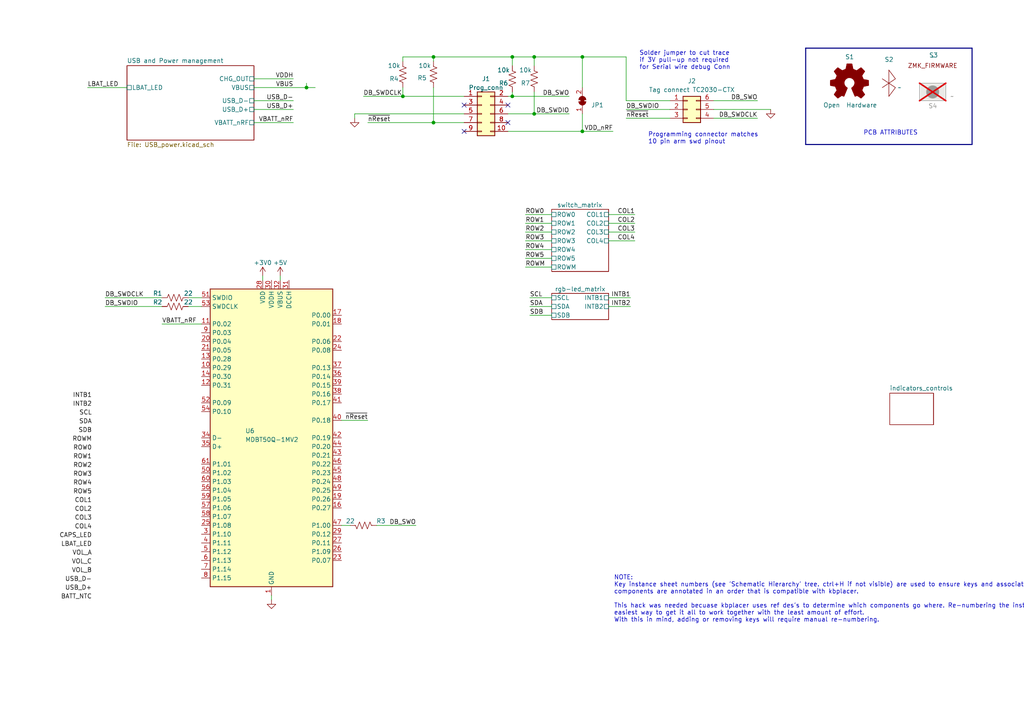
<source format=kicad_sch>
(kicad_sch (version 20250114) (generator "eeschema") (generator_version "9.0")
  (paper "A4")
  (lib_symbols
    (symbol "RF_Module:MDBT50Q-1MV2"
      (property "Reference" "U" (at 0 0 0))
      (property "Value" "MDBT50Q-1MV2" (at 0 -2.54 0))
      (symbol "MDBT50Q-1MV2_0_1"
        (rectangle (start -17.78 43.18) (end 17.78 -43.18) (stroke (width 0.254)) (fill (type background)))
      )
      (symbol "MDBT50Q-1MV2_1_1"
        (pin bidirectional line (at -20.32 40.64 0) (length 2.54) (name "SWDIO") (number "51"))
        (pin input line (at -20.32 38.1 0) (length 2.54) (name "SWDCLK") (number "53"))
        (pin bidirectional line (at -20.32 33.02 0) (length 2.54) (name "P0.02") (number "11"))
        (pin bidirectional line (at -20.32 30.48 0) (length 2.54) (name "P0.03") (number "9"))
        (pin bidirectional line (at -20.32 27.94 0) (length 2.54) (name "P0.04") (number "20"))
        (pin bidirectional line (at -20.32 25.4 0) (length 2.54) (name "P0.05") (number "21"))
        (pin bidirectional line (at -20.32 22.86 0) (length 2.54) (name "P0.28") (number "13"))
        (pin bidirectional line (at -20.32 20.32 0) (length 2.54) (name "P0.29") (number "10"))
        (pin bidirectional line (at -20.32 17.78 0) (length 2.54) (name "P0.30") (number "14"))
        (pin bidirectional line (at -20.32 15.24 0) (length 2.54) (name "P0.31") (number "12"))
        (pin bidirectional line (at -20.32 10.16 0) (length 2.54) (name "P0.09") (number "52"))
        (pin bidirectional line (at -20.32 7.62 0) (length 2.54) (name "P0.10") (number "54"))
        (pin bidirectional line (at -20.32 0 0) (length 2.54) (name "D-") (number "34"))
        (pin bidirectional line (at -20.32 -2.54 0) (length 2.54) (name "D+") (number "35"))
        (pin bidirectional line (at -20.32 -7.62 0) (length 2.54) (name "P1.01") (number "61"))
        (pin bidirectional line (at -20.32 -10.16 0) (length 2.54) (name "P1.02") (number "50"))
        (pin bidirectional line (at -20.32 -12.7 0) (length 2.54) (name "P1.03") (number "60"))
        (pin bidirectional line (at -20.32 -15.24 0) (length 2.54) (name "P1.04") (number "56"))
        (pin bidirectional line (at -20.32 -17.78 0) (length 2.54) (name "P1.05") (number "59"))
        (pin bidirectional line (at -20.32 -20.32 0) (length 2.54) (name "P1.06") (number "57"))
        (pin bidirectional line (at -20.32 -22.86 0) (length 2.54) (name "P1.07") (number "58"))
        (pin bidirectional line (at -20.32 -25.4 0) (length 2.54) (name "P1.08") (number "25"))
        (pin bidirectional line (at -20.32 -27.94 0) (length 2.54) (name "P1.10") (number "3"))
        (pin bidirectional line (at -20.32 -30.48 0) (length 2.54) (name "P1.11") (number "4"))
        (pin bidirectional line (at -20.32 -33.02 0) (length 2.54) (name "P1.12") (number "5"))
        (pin bidirectional line (at -20.32 -35.56 0) (length 2.54) (name "P1.13") (number "6"))
        (pin bidirectional line (at -20.32 -38.1 0) (length 2.54) (name "P1.14") (number "7"))
        (pin bidirectional line (at -20.32 -40.64 0) (length 2.54) (name "P1.15") (number "8"))
        (pin power_in line (at -2.54 45.72 270) (length 2.54) (name "VDD") (number "28"))
        (pin power_in line (at 0 45.72 270) (length 2.54) (name "VDDH") (number "30"))
        (pin power_in line (at 0 -45.72 90) (length 2.54) (name "GND") (number "1"))
        (pin passive line (at 0 -45.72 90) (length 2.54) (hide yes) (name "GND") (number "15"))
        (pin passive line (at 0 -45.72 90) (length 2.54) (hide yes) (name "GND") (number "2"))
        (pin passive line (at 0 -45.72 90) (length 2.54) (hide yes) (name "GND") (number "33"))
        (pin passive line (at 0 -45.72 90) (length 2.54) (hide yes) (name "GND") (number "55"))
        (pin power_in line (at 2.54 45.72 270) (length 2.54) (name "VBUS") (number "32"))
        (pin power_out line (at 5.08 45.72 270) (length 2.54) (name "DCCH") (number "31"))
        (pin bidirectional line (at 20.32 35.56 180) (length 2.54) (name "P0.00") (number "17"))
        (pin bidirectional line (at 20.32 33.02 180) (length 2.54) (name "P0.01") (number "18"))
        (pin bidirectional line (at 20.32 27.94 180) (length 2.54) (name "P0.06") (number "22"))
        (pin bidirectional line (at 20.32 25.4 180) (length 2.54) (name "P0.08") (number "24"))
        (pin bidirectional line (at 20.32 20.32 180) (length 2.54) (name "P0.13") (number "37"))
        (pin bidirectional line (at 20.32 17.78 180) (length 2.54) (name "P0.14") (number "36"))
        (pin bidirectional line (at 20.32 15.24 180) (length 2.54) (name "P0.15") (number "39"))
        (pin bidirectional line (at 20.32 12.7 180) (length 2.54) (name "P0.16") (number "38"))
        (pin bidirectional line (at 20.32 10.16 180) (length 2.54) (name "P0.17") (number "41"))
        (pin bidirectional line (at 20.32 5.08 180) (length 2.54) (name "P0.18") (number "40"))
        (pin bidirectional line (at 20.32 0 180) (length 2.54) (name "P0.19") (number "42"))
        (pin bidirectional line (at 20.32 -2.54 180) (length 2.54) (name "P0.20") (number "44"))
        (pin bidirectional line (at 20.32 -5.08 180) (length 2.54) (name "P0.21") (number "43"))
        (pin bidirectional line (at 20.32 -7.62 180) (length 2.54) (name "P0.22") (number "46"))
        (pin bidirectional line (at 20.32 -10.16 180) (length 2.54) (name "P0.23") (number "45"))
        (pin bidirectional line (at 20.32 -12.7 180) (length 2.54) (name "P0.24") (number "48"))
        (pin bidirectional line (at 20.32 -15.24 180) (length 2.54) (name "P0.25") (number "49"))
        (pin bidirectional line (at 20.32 -17.78 180) (length 2.54) (name "P0.26") (number "19"))
        (pin bidirectional line (at 20.32 -20.32 180) (length 2.54) (name "P0.27") (number "16"))
        (pin bidirectional line (at 20.32 -25.4 180) (length 2.54) (name "P1.00") (number "47"))
        (pin bidirectional line (at 20.32 -27.94 180) (length 2.54) (name "P0.12") (number "29"))
        (pin bidirectional line (at 20.32 -30.48 180) (length 2.54) (name "P0.11") (number "27"))
        (pin bidirectional line (at 20.32 -33.02 180) (length 2.54) (name "P1.09") (number "26"))
        (pin bidirectional line (at 20.32 -35.56 180) (length 2.54) (name "P0.07") (number "23"))
      )
    )
    (symbol "keyboard:BLE_SYM"
      (property "Reference" "S" (at 0 0 0))
      (symbol "BLE_SYM_0_1"
        (polyline (pts (xy -1.905 1.27) (xy 1.905 -1.27) (xy 0 -3.81)))
        (polyline (pts (xy 0 3.81) (xy 0 -3.81)))
        (polyline (pts (xy 0 3.81) (xy 1.905 1.27) (xy -1.905 -1.27)))
      )
    )
    (symbol "keyboard:Conn_02x03" (pin_names (offset 1.016) (hide yes))
      (property "Reference" "J" (at 1.27 5.08 0))
      (property "Value" "Conn_02x03_Counter_Clockwise" (at 1.27 -5.08 0))
      (symbol "Conn_02x03_1_1"
        (rectangle (start -1.27 3.81) (end 3.81 -3.81) (stroke (width 0.254)) (fill (type background)))
        (rectangle (start -1.27 2.667) (end 0 2.413) (stroke (width 0.1524)))
        (rectangle (start -1.27 0.127) (end 0 -0.127) (stroke (width 0.1524)))
        (rectangle (start -1.27 -2.413) (end 0 -2.667) (stroke (width 0.1524)))
        (rectangle (start 3.81 2.667) (end 2.54 2.413) (stroke (width 0.1524)))
        (rectangle (start 3.81 0.127) (end 2.54 -0.127) (stroke (width 0.1524)))
        (rectangle (start 3.81 -2.413) (end 2.54 -2.667) (stroke (width 0.1524)))
        (pin passive line (at -5.08 2.54 0) (length 3.81) (name "Pin_1") (number "1"))
        (pin passive line (at -5.08 0 0) (length 3.81) (name "Pin_2") (number "2"))
        (pin passive line (at -5.08 -2.54 0) (length 3.81) (name "Pin_3") (number "3"))
        (pin passive line (at 7.62 2.54 180) (length 3.81) (name "Pin_6") (number "6"))
        (pin passive line (at 7.62 0 180) (length 3.81) (name "Pin_5") (number "5"))
        (pin passive line (at 7.62 -2.54 180) (length 3.81) (name "Pin_4") (number "4"))
      )
    )
    (symbol "keyboard:Logo_Open_Hardware_Small" (in_bom no) (on_board no)
      (symbol "Logo_Open_Hardware_Small_0_1"
        (polyline (pts (xy 3.3528 -4.3434) (xy 3.302 -4.318) (xy 3.175 -4.2418) (xy 2.9972 -4.1148) (xy 2.7686 -3.9624) (xy 2.54 -3.81) (xy 2.3622 -3.7084) (xy 2.2352 -3.6068) (xy 2.1844 -3.5814) (xy 2.159 -3.6068) (xy 2.0574 -3.6576) (xy 1.905 -3.7338) (xy 1.8034 -3.7846) (xy 1.6764 -3.8354) (xy 1.6002 -3.8354) (xy 1.6002 -3.8354) (xy 1.5494 -3.7338) (xy 1.4732 -3.5306) (xy 1.3462 -3.302) (xy 1.2446 -3.0226) (xy 1.1176 -2.7178) (xy 0.9652 -2.413) (xy 0.8636 -2.1082) (xy 0.7366 -1.8288) (xy 0.6604 -1.6256) (xy 0.6096 -1.4732) (xy 0.5842 -1.397) (xy 0.5842 -1.397) (xy 0.6604 -1.3208) (xy 0.7874 -1.2446) (xy 1.0414 -1.016) (xy 1.2954 -0.6858) (xy 1.4478 -0.3302) (xy 1.524 0.0762) (xy 1.4732 0.4572) (xy 1.3208 0.8128) (xy 1.0668 1.143) (xy 0.762 1.3716) (xy 0.4064 1.524) (xy 0 1.5748) (xy -0.381 1.5494) (xy -0.7366 1.397) (xy -1.0668 1.143) (xy -1.2192 0.9906) (xy -1.397 0.6604) (xy -1.524 0.3048) (xy -1.524 0.2286) (xy -1.4986 -0.1778) (xy -1.397 -0.5334) (xy -1.1938 -0.8636) (xy -0.9144 -1.143) (xy -0.8636 -1.1684) (xy -0.7366 -1.27) (xy -0.635 -1.3462) (xy -0.5842 -1.397) (xy -1.0668 -2.5908) (xy -1.143 -2.794) (xy -1.2954 -3.1242) (xy -1.397 -3.4036) (xy -1.4986 -3.6322) (xy -1.5748 -3.7846) (xy -1.6002 -3.8354) (xy -1.6002 -3.8354) (xy -1.651 -3.8354) (xy -1.7272 -3.81) (xy -1.905 -3.7338) (xy -2.0066 -3.683) (xy -2.1336 -3.6068) (xy -2.2098 -3.5814) (xy -2.2606 -3.6068) (xy -2.3622 -3.683) (xy -2.54 -3.81) (xy -2.7686 -3.9624) (xy -2.9718 -4.0894) (xy -3.1496 -4.2164) (xy -3.302 -4.318) (xy -3.3528 -4.3434) (xy -3.3782 -4.3434) (xy -3.429 -4.318) (xy -3.5306 -4.2164) (xy -3.7084 -4.064) (xy -3.937 -3.8354) (xy -3.9624 -3.81) (xy -4.1656 -3.6068) (xy -4.318 -3.4544) (xy -4.4196 -3.3274) (xy -4.445 -3.2766) (xy -4.445 -3.2766) (xy -4.4196 -3.2258) (xy -4.318 -3.0734) (xy -4.2164 -2.8956) (xy -4.064 -2.667) (xy -3.6576 -2.0828) (xy -3.8862 -1.5494) (xy -3.937 -1.3716) (xy -4.0386 -1.1684) (xy -4.0894 -1.0414) (xy -4.1148 -0.9652) (xy -4.191 -0.9398) (xy -4.318 -0.9144) (xy -4.5466 -0.8636) (xy -4.8006 -0.8128) (xy -5.0546 -0.7874) (xy -5.2578 -0.7366) (xy -5.4356 -0.7112) (xy -5.5118 -0.6858) (xy -5.5118 -0.6858) (xy -5.5372 -0.635) (xy -5.5372 -0.5588) (xy -5.5372 -0.4318) (xy -5.5626 -0.2286) (xy -5.5626 0.0762) (xy -5.5626 0.127) (xy -5.5372 0.4064) (xy -5.5372 0.635) (xy -5.5372 0.762) (xy -5.5372 0.8382) (xy -5.5372 0.8382) (xy -5.461 0.8382) (xy -5.3086 0.889) (xy -5.08 0.9144) (xy -4.826 0.9652) (xy -4.8006 0.9906) (xy -4.5466 1.0414) (xy -4.318 1.0668) (xy -4.1656 1.1176) (xy -4.0894 1.143) (xy -4.0894 1.143) (xy -4.0386 1.2446) (xy -3.9624 1.4224) (xy -3.8608 1.6256) (xy -3.7846 1.8288) (xy -3.7084 2.0066) (xy -3.6576 2.159) (xy -3.6322 2.2098) (xy -3.6322 2.2098) (xy -3.683 2.286) (xy -3.7592 2.413) (xy -3.8862 2.5908) (xy -4.064 2.8194) (xy -4.064 2.8448) (xy -4.2164 3.0734) (xy -4.3434 3.2512) (xy -4.4196 3.3782) (xy -4.445 3.4544) (xy -4.445 3.4544) (xy -4.3942 3.5052) (xy -4.2926 3.6322) (xy -4.1148 3.81) (xy -3.937 4.0132) (xy -3.8608 4.064) (xy -3.6576 4.2926) (xy -3.5052 4.4196) (xy -3.4036 4.4958) (xy -3.3528 4.5212) (xy -3.3528 4.5212) (xy -3.302 4.4704) (xy -3.1496 4.3688) (xy -2.9718 4.2418) (xy -2.7432 4.0894) (xy -2.7178 4.0894) (xy -2.4892 3.937) (xy -2.3114 3.81) (xy -2.1844 3.7084) (xy -2.1336 3.683) (xy -2.1082 3.683) (xy -2.032 3.7084) (xy -1.8542 3.7592) (xy -1.6764 3.8354) (xy -1.4732 3.937) (xy -1.27 4.0132) (xy -1.143 4.064) (xy -1.0668 4.1148) (xy -1.0668 4.1148) (xy -1.0414 4.191) (xy -1.016 4.3434) (xy -0.9652 4.572) (xy -0.9144 4.8514) (xy -0.889 4.9022) (xy -0.8382 5.1562) (xy -0.8128 5.3848) (xy -0.7874 5.5372) (xy -0.762 5.588) (xy -0.7112 5.6134) (xy -0.5842 5.6134) (xy -0.4064 5.6134) (xy -0.1524 5.6134) (xy 0.0762 5.6134) (xy 0.3302 5.6134) (xy 0.5334 5.6134) (xy 0.6858 5.588) (xy 0.7366 5.588) (xy 0.7366 5.588) (xy 0.762 5.5118) (xy 0.8128 5.334) (xy 0.8382 5.1054) (xy 0.9144 4.826) (xy 0.9144 4.7752) (xy 0.9652 4.5212) (xy 1.016 4.2926) (xy 1.0414 4.1402) (xy 1.0668 4.0894) (xy 1.0668 4.0894) (xy 1.1938 4.0386) (xy 1.3716 3.9624) (xy 1.5748 3.8608) (xy 2.0828 3.6576) (xy 2.7178 4.0894) (xy 2.7686 4.1402) (xy 2.9972 4.2926) (xy 3.175 4.4196) (xy 3.302 4.4958) (xy 3.3782 4.5212) (xy 3.3782 4.5212) (xy 3.429 4.4704) (xy 3.556 4.3434) (xy 3.7338 4.191) (xy 3.9116 3.9878) (xy 4.064 3.8354) (xy 4.2418 3.6576) (xy 4.3434 3.556) (xy 4.4196 3.4798) (xy 4.4196 3.429) (xy 4.4196 3.4036) (xy 4.3942 3.3274) (xy 4.2926 3.2004) (xy 4.1656 2.9972) (xy 4.0132 2.794) (xy 3.8862 2.5908) (xy 3.7592 2.3876) (xy 3.6576 2.2352) (xy 3.6322 2.159) (xy 3.6322 2.1336) (xy 3.683 2.0066) (xy 3.7592 1.8288) (xy 3.8608 1.6002) (xy 4.064 1.1176) (xy 4.3942 1.0414) (xy 4.5974 1.016) (xy 4.8768 0.9652) (xy 5.1308 0.9144) (xy 5.5372 0.8382) (xy 5.5626 -0.6604) (xy 5.4864 -0.6858) (xy 5.4356 -0.6858) (xy 5.2832 -0.7366) (xy 5.0546 -0.762) (xy 4.8006 -0.8128) (xy 4.5974 -0.8636) (xy 4.3688 -0.9144) (xy 4.2164 -0.9398) (xy 4.1402 -0.9398) (xy 4.1148 -0.9652) (xy 4.064 -1.0668) (xy 3.9878 -1.2446) (xy 3.9116 -1.4478) (xy 3.81 -1.651) (xy 3.7338 -1.8542) (xy 3.683 -2.0066) (xy 3.6576 -2.0828) (xy 3.683 -2.1336) (xy 3.7846 -2.2606) (xy 3.8862 -2.4638) (xy 4.0386 -2.667) (xy 4.191 -2.8956) (xy 4.318 -3.0734) (xy 4.3942 -3.2004) (xy 4.445 -3.2766) (xy 4.4196 -3.3274) (xy 4.3434 -3.429) (xy 4.1656 -3.5814) (xy 3.937 -3.8354) (xy 3.8862 -3.8608) (xy 3.683 -4.064) (xy 3.5306 -4.2164) (xy 3.4036 -4.318) (xy 3.3528 -4.3434)) (fill (type outline)))
      )
    )
    (symbol "keyboard:Outline"
      (property "Reference" "S" (at 0 0 0))
      (symbol "Outline_1_1"
        (rectangle (start -3.81 2.54) (end 3.81 -2.54) (fill (type background)))
        (circle (center 0 0) (radius 1.7961) (fill (type outline)))
      )
    )
    (symbol "keyboard:Prog_conn" (pin_names (offset 1.016) (hide yes))
      (property "Reference" "J" (at 1.27 7.62 0))
      (property "Value" "Prog_conn" (at 1.27 -7.62 0))
      (symbol "Prog_conn_1_1"
        (rectangle (start -1.27 6.35) (end 3.81 -6.35) (stroke (width 0.254)) (fill (type background)))
        (rectangle (start -1.27 5.207) (end 0 4.953) (stroke (width 0.1524)))
        (rectangle (start -1.27 2.667) (end 0 2.413) (stroke (width 0.1524)))
        (rectangle (start -1.27 0.127) (end 0 -0.127) (stroke (width 0.1524)))
        (rectangle (start -1.27 -2.413) (end 0 -2.667) (stroke (width 0.1524)))
        (rectangle (start -1.27 -4.953) (end 0 -5.207) (stroke (width 0.1524)))
        (rectangle (start 3.81 5.207) (end 2.54 4.953) (stroke (width 0.1524)))
        (rectangle (start 3.81 2.667) (end 2.54 2.413) (stroke (width 0.1524)))
        (rectangle (start 3.81 0.127) (end 2.54 -0.127) (stroke (width 0.1524)))
        (rectangle (start 3.81 -2.413) (end 2.54 -2.667) (stroke (width 0.1524)))
        (rectangle (start 3.81 -4.953) (end 2.54 -5.207) (stroke (width 0.1524)))
        (pin passive line (at -5.08 5.08 0) (length 3.81) (name "Pin_1") (number "1"))
        (pin passive line (at -5.08 2.54 0) (length 3.81) (name "Pin_3") (number "3"))
        (pin passive line (at -5.08 0 0) (length 3.81) (name "Pin_5") (number "5"))
        (pin passive line (at -5.08 -2.54 0) (length 3.81) (name "Pin_7") (number "7"))
        (pin passive line (at -5.08 -5.08 0) (length 3.81) (name "Pin_9") (number "9"))
        (pin passive line (at 7.62 5.08 180) (length 3.81) (name "Pin_2") (number "2"))
        (pin passive line (at 7.62 2.54 180) (length 3.81) (name "Pin_4") (number "4"))
        (pin passive line (at 7.62 0 180) (length 3.81) (name "Pin_6") (number "6"))
        (pin passive line (at 7.62 -2.54 180) (length 3.81) (name "Pin_8") (number "8"))
        (pin passive line (at 7.62 -5.08 180) (length 3.81) (name "Pin_10") (number "10"))
      )
    )
    (symbol "keyboard:R_US" (pin_numbers (hide yes)) (pin_names (offset 0))
      (property "Reference" "R" (at 0 -2.54 0))
      (property "Value" "R_US" (at 0 2.54 0))
      (symbol "R_US_0_1"
        (polyline (pts (xy -2.286 0) (xy -2.54 0)))
        (polyline (pts (xy -0.762 0) (xy -1.143 -1.016) (xy -1.524 0) (xy -1.905 1.016) (xy -2.286 0)))
        (polyline (pts (xy 0.762 0) (xy 0.381 -1.016) (xy 0 0) (xy -0.381 1.016) (xy -0.762 0)))
        (polyline (pts (xy 2.286 0) (xy 2.54 0)))
        (polyline (pts (xy 2.286 0) (xy 1.905 -1.016) (xy 1.524 0) (xy 1.143 1.016) (xy 0.762 0)))
      )
      (symbol "R_US_1_1"
        (pin passive line (at -3.81 0 0) (length 1.27) (name "~") (number "2"))
        (pin passive line (at 3.81 0 180) (length 1.27) (name "~") (number "1"))
      )
    )
    (symbol "keyboard:SolderJumper" (pin_names (offset 0) (hide yes))
      (property "Reference" "JP" (at 0 2.032 0))
      (property "Value" "SolderJumper_2_Bridged" (at 0 -2.54 0))
      (symbol "SolderJumper_0_1"
        (rectangle (start -0.508 0.508) (end 0.508 -0.508) (fill (type outline)))
        (polyline (pts (xy -0.254 1.016) (xy -0.254 -1.016)))
        (arc (start -0.254 -1.016) (mid -1.2656 0) (end -0.254 1.016))
        (arc (start -0.254 -1.016) (mid -1.2656 0) (end -0.254 1.016) (fill (type outline)))
        (arc (start 0.254 1.016) (mid 1.2656 0) (end 0.254 -1.016))
        (arc (start 0.254 1.016) (mid 1.2656 0) (end 0.254 -1.016) (fill (type outline)))
        (polyline (pts (xy 0.254 1.016) (xy 0.254 -1.016)))
      )
      (symbol "SolderJumper_1_1"
        (pin passive line (at -3.81 0 0) (length 2.54) (name "A") (number "1"))
        (pin passive line (at 3.81 0 180) (length 2.54) (name "B") (number "2"))
      )
    )
    (symbol "keyboard:ZMK_LOGO"
      (property "Reference" "S" (at 0 0 0))
      (symbol "ZMK_LOGO_1_1"
        (text "ZMK_FIRMWARE" (at 0 0 0) (effects (font (size 1.27 1.27))))
      )
    )
    (symbol "power:+3V0" (power) (pin_numbers (hide yes)) (pin_names (offset 0) (hide yes))
      (property "Value" "+3V0" (at 0 3.556 0))
      (symbol "+3V0_0_1"
        (polyline (pts (xy -0.762 1.27) (xy 0 2.54)))
        (polyline (pts (xy 0 2.54) (xy 0.762 1.27)))
        (polyline (pts (xy 0 0) (xy 0 2.54)))
      )
      (symbol "+3V0_1_1"
        (pin power_in line (at 0 0 90) (length 0) (name "~") (number "1"))
      )
    )
    (symbol "power:+5V" (power) (pin_numbers (hide yes)) (pin_names (offset 0) (hide yes))
      (property "Value" "+5V" (at 0 3.556 0))
      (symbol "+5V_0_1"
        (polyline (pts (xy -0.762 1.27) (xy 0 2.54)))
        (polyline (pts (xy 0 2.54) (xy 0.762 1.27)))
        (polyline (pts (xy 0 0) (xy 0 2.54)))
      )
      (symbol "+5V_1_1"
        (pin power_in line (at 0 0 90) (length 0) (name "~") (number "1"))
      )
    )
    (symbol "power:GND" (power) (pin_names (offset 0))
      (property "Value" "GND" (at 0 -3.81 0))
      (symbol "GND_0_1"
        (polyline (pts (xy 0 0) (xy 0 -1.27) (xy 1.27 -1.27) (xy 0 -2.54) (xy -1.27 -1.27) (xy 0 -1.27)))
      )
      (symbol "GND_1_1"
        (pin power_in line (at 0 0 270) (length 0) (hide yes) (name "GND") (number "1"))
      )
    )
  )
  (text "PCB ATTRIBUTES" (at 258.318 38.608 0) (effects (font (size 1.27 1.27))))
  (text "NOTE:\nKey instance sheet numbers (see 'Schematic Hierarchy' tree. ctrl+H if not visible) are used to ensure keys and associated\ncomponents are annotated in an order that is compatible with kbplacer.\n\nThis hack was needed becuase kbplacer uses ref des's to determine which components go where. Re-numbering the instance sheets was the\neasiest way to get it all to work together with the least amount of effort.\nWith this in mind, adding or removing keys will require manual re-numbering." (at 178.054 173.736 0) (effects (font (size 1.27 1.27)) (justify left)))
  (text "Programming connector matches \n10 pin arm swd pinout" (at 187.96 41.91 0) (effects (font (size 1.27 1.27)) (justify left bottom)))
  (text "Solder jumper to cut trace \nif 3V pull-up not required \nfor Serial wire debug Conn" (at 185.42 20.32 0) (effects (font (size 1.27 1.27)) (justify left bottom)))
  (junction (at 88.9 25.4))
  (junction (at 125.73 16.51))
  (junction (at 154.94 33.02))
  (junction (at 168.91 38.1))
  (junction (at 116.84 27.94))
  (junction (at 148.59 27.94))
  (junction (at 154.94 16.51))
  (junction (at 168.91 16.51))
  (junction (at 125.73 35.56))
  (junction (at 148.59 16.51))
  (no_connect (at 147.32 35.56))
  (no_connect (at 134.62 30.48))
  (no_connect (at 147.32 30.48))
  (no_connect (at 134.62 38.1))
  (wire (pts (xy 73.66 31.75) (xy 85.09 31.75)))
  (wire (pts (xy 73.66 35.56) (xy 85.09 35.56)))
  (wire (pts (xy 102.87 33.02) (xy 134.62 33.02)))
  (wire (pts (xy 30.48 86.36) (xy 46.99 86.36)))
  (wire (pts (xy 99.06 121.92) (xy 106.68 121.92)))
  (wire (pts (xy 207.01 29.21) (xy 219.71 29.21)))
  (wire (pts (xy 176.53 69.85) (xy 184.15 69.85)))
  (wire (pts (xy 152.4 74.93) (xy 160.02 74.93)))
  (wire (pts (xy 125.73 16.51) (xy 148.59 16.51)))
  (wire (pts (xy 147.32 33.02) (xy 154.94 33.02)))
  (wire (pts (xy 116.84 27.94) (xy 134.62 27.94)))
  (wire (pts (xy 154.94 26.67) (xy 154.94 33.02)))
  (wire (pts (xy 154.94 16.51) (xy 154.94 19.05)))
  (wire (pts (xy 116.84 16.51) (xy 125.73 16.51)))
  (wire (pts (xy 148.59 26.67) (xy 148.59 27.94)))
  (bus (pts (xy 233.68 13.97) (xy 233.68 41.91)))
  (wire (pts (xy 153.67 86.36) (xy 160.02 86.36)))
  (wire (pts (xy 78.74 172.72) (xy 78.74 173.99)))
  (wire (pts (xy 125.73 25.4) (xy 125.73 35.56)))
  (wire (pts (xy 147.32 38.1) (xy 168.91 38.1)))
  (wire (pts (xy 105.41 27.94) (xy 116.84 27.94)))
  (wire (pts (xy 54.61 86.36) (xy 58.42 86.36)))
  (wire (pts (xy 153.67 88.9) (xy 160.02 88.9)))
  (wire (pts (xy 154.94 33.02) (xy 165.1 33.02)))
  (bus (pts (xy 233.68 13.97) (xy 281.94 13.97)))
  (wire (pts (xy 176.53 67.31) (xy 184.15 67.31)))
  (wire (pts (xy 207.01 31.75) (xy 223.52 31.75)))
  (wire (pts (xy 176.53 88.9) (xy 182.88 88.9)))
  (wire (pts (xy 168.91 38.1) (xy 177.8 38.1)))
  (wire (pts (xy 168.91 16.51) (xy 181.61 16.51)))
  (wire (pts (xy 153.67 91.44) (xy 160.02 91.44)))
  (wire (pts (xy 152.4 62.23) (xy 160.02 62.23)))
  (wire (pts (xy 125.73 35.56) (xy 134.62 35.56)))
  (wire (pts (xy 99.06 152.4) (xy 101.6 152.4)))
  (wire (pts (xy 181.61 16.51) (xy 181.61 29.21)))
  (wire (pts (xy 147.32 27.94) (xy 148.59 27.94)))
  (wire (pts (xy 76.2 80.01) (xy 76.2 81.28)))
  (bus (pts (xy 281.94 41.91) (xy 233.68 41.91)))
  (wire (pts (xy 30.48 88.9) (xy 46.99 88.9)))
  (wire (pts (xy 176.53 86.36) (xy 182.88 86.36)))
  (wire (pts (xy 73.66 22.86) (xy 85.09 22.86)))
  (wire (pts (xy 152.4 64.77) (xy 160.02 64.77)))
  (wire (pts (xy 120.65 152.4) (xy 109.22 152.4)))
  (wire (pts (xy 116.84 17.78) (xy 116.84 16.51)))
  (wire (pts (xy 25.4 25.4) (xy 36.83 25.4)))
  (wire (pts (xy 46.99 93.98) (xy 58.42 93.98)))
  (wire (pts (xy 148.59 16.51) (xy 148.59 19.05)))
  (wire (pts (xy 168.91 33.02) (xy 168.91 38.1)))
  (wire (pts (xy 148.59 27.94) (xy 165.1 27.94)))
  (wire (pts (xy 73.66 25.4) (xy 88.9 25.4)))
  (wire (pts (xy 152.4 72.39) (xy 160.02 72.39)))
  (wire (pts (xy 207.01 34.29) (xy 219.71 34.29)))
  (wire (pts (xy 168.91 16.51) (xy 168.91 25.4)))
  (wire (pts (xy 181.61 29.21) (xy 194.31 29.21)))
  (wire (pts (xy 176.53 64.77) (xy 184.15 64.77)))
  (wire (pts (xy 176.53 62.23) (xy 184.15 62.23)))
  (wire (pts (xy 88.9 24.13) (xy 88.9 25.4)))
  (wire (pts (xy 81.28 80.01) (xy 81.28 81.28)))
  (wire (pts (xy 148.59 16.51) (xy 154.94 16.51)))
  (wire (pts (xy 54.61 88.9) (xy 58.42 88.9)))
  (wire (pts (xy 73.66 29.21) (xy 85.09 29.21)))
  (wire (pts (xy 152.4 69.85) (xy 160.02 69.85)))
  (wire (pts (xy 181.61 31.75) (xy 194.31 31.75)))
  (wire (pts (xy 181.61 34.29) (xy 194.31 34.29)))
  (wire (pts (xy 152.4 77.47) (xy 160.02 77.47)))
  (wire (pts (xy 88.9 25.4) (xy 91.44 25.4)))
  (wire (pts (xy 106.68 35.56) (xy 125.73 35.56)))
  (wire (pts (xy 102.87 33.02) (xy 102.87 34.29)))
  (bus (pts (xy 281.94 13.97) (xy 281.94 41.91)))
  (wire (pts (xy 116.84 25.4) (xy 116.84 27.94)))
  (wire (pts (xy 152.4 67.31) (xy 160.02 67.31)))
  (wire (pts (xy 154.94 16.51) (xy 168.91 16.51)))
  (wire (pts (xy 125.73 16.51) (xy 125.73 17.78)))
  (label "ROW5" (at 152.4 74.93 0))
  (label "ROW4" (at 152.4 72.39 0))
  (label "INTB1" (at 26.67 115.57 180))
  (label "COL1" (at 184.15 62.23 180))
  (label "SDA" (at 26.67 123.19 180))
  (label "USB_D-" (at 26.67 168.91 180))
  (label "ROW4" (at 26.67 140.97 180))
  (label "SCL" (at 26.67 120.65 180))
  (label "ROW0" (at 152.4 62.23 0))
  (label "VOL_C" (at 26.67 163.83 180))
  (label "ROW2" (at 26.67 135.89 180))
  (label "USB_D+" (at 85.09 31.75 180))
  (label "USB_D+" (at 26.67 171.45 180))
  (label "ROW1" (at 26.67 133.35 180))
  (label "VDD_nRF" (at 177.8 38.1 180))
  (label "DB_SWO" (at 219.71 29.21 180))
  (label "COL3" (at 26.67 151.13 180))
  (label "INTB2" (at 26.67 118.11 180))
  (label "COL3" (at 184.15 67.31 180))
  (label "DB_SWDCLK" (at 30.48 86.36 0))
  (label "DB_SWDIO" (at 165.1 33.02 180))
  (label "~{nReset}" (at 181.61 34.29 0))
  (label "COL2" (at 26.67 148.59 180))
  (label "COL4" (at 184.15 69.85 180))
  (label "CAPS_LED" (at 26.67 156.21 180))
  (label "~{nReset}" (at 106.68 35.56 0))
  (label "ROWM" (at 152.4 77.47 0))
  (label "ROW1" (at 152.4 64.77 0))
  (label "DB_SWDCLK" (at 219.71 34.29 180))
  (label "COL4" (at 26.67 153.67 180))
  (label "INTB2" (at 182.88 88.9 180))
  (label "LBAT_LED" (at 25.4 25.4 0))
  (label "BATT_NTC" (at 26.67 173.99 180))
  (label "ROW5" (at 26.67 143.51 180))
  (label "SDB" (at 26.67 125.73 180))
  (label "VBATT_nRF" (at 46.99 93.98 0))
  (label "LBAT_LED" (at 26.67 158.75 180))
  (label "VOL_B" (at 26.67 166.37 180))
  (label "SDB" (at 153.67 91.44 0))
  (label "ROWM" (at 26.67 128.27 180))
  (label "SDA" (at 153.67 88.9 0))
  (label "COL2" (at 184.15 64.77 180))
  (label "DB_SWDIO" (at 181.61 31.75 0))
  (label "USB_D-" (at 85.09 29.21 180))
  (label "SCL" (at 153.67 86.36 0))
  (label "DB_SWDIO" (at 30.48 88.9 0))
  (label "DB_SWO" (at 165.1 27.94 180))
  (label "DB_SWO" (at 120.65 152.4 180))
  (label "VOL_A" (at 26.67 161.29 180))
  (label "ROW0" (at 26.67 130.81 180))
  (label "VBUS" (at 85.09 25.4 180))
  (label "ROW2" (at 152.4 67.31 0))
  (label "ROW3" (at 26.67 138.43 180))
  (label "ROW3" (at 152.4 69.85 0))
  (label "DB_SWDCLK" (at 105.41 27.94 0))
  (label "INTB1" (at 182.88 86.36 180))
  (label "VDDH" (at 85.09 22.86 180))
  (label "~{nReset}" (at 106.68 121.92 180))
  (label "VBATT_nRF" (at 85.09 35.56 180))
  (label "COL1" (at 26.67 146.05 180))
  (symbol (lib_id "power:GND") (at 102.87 34.29 0) (unit 1)
    (property "Reference" "#PWR016" (effects (hide yes)))
    (property "Value" "GND" (effects (hide yes)))
  )
  (symbol (lib_id "keyboard:R_US") (at 50.8 86.36 180) (unit 1)
    (property "Reference" "R1" (at 45.72 85.09 0))
    (property "Value" "22" (at 54.61 85.09 0))
    (property "Footprint" "keyboard:R_0402_1005Metric" (effects (hide yes)))
    (property "Datasheet" "https://datasheet.lcsc.com/lcsc/2304140030_YAGEO-RC0402FR-0722RL_C114765.pdf" (effects (hide yes)))
    (property "PN" "RC0402FR-0722RL" (effects (hide yes)))
    (property "LCSC Part Number" "C114765" (effects (hide yes)))
    (property "LCSC link" "https://www.lcsc.com/product-detail/Chip-Resistor-Surface-Mount_YAGEO-RC0402FR-0722RL_C114765.html" (effects (hide yes)))
  )
  (symbol (lib_id "keyboard:R_US") (at 154.94 22.86 270) (unit 1)
    (property "Reference" "R7" (at 152.4 24.13 90))
    (property "Value" "10k" (at 152.4 20.32 90))
    (property "Footprint" "keyboard:R_0402_1005Metric" (effects (hide yes)))
    (property "Datasheet" "https://datasheet.lcsc.com/lcsc/2304140030_YAGEO-RC0402FR-0710KL_C60490.pdf" (effects (hide yes)))
    (property "PN" "RC0402FR-0710KL" (effects (hide yes)))
    (property "LCSC Part Number" "C60490" (effects (hide yes)))
    (property "LCSC link" "https://www.lcsc.com/product-detail/Chip-Resistor-Surface-Mount_YAGEO-RC0402FR-0710KL_C60490.html" (effects (hide yes)))
  )
  (symbol (lib_id "keyboard:Conn_02x03") (at 199.39 31.75 0) (unit 1)
    (property "Reference" "J2" (at 200.66 23.495 0))
    (property "Value" "Tag connect TC2030-CTX" (at 200.66 26.035 0))
    (property "Footprint" "keyboard:TC2030-IDC-NL" (effects (hide yes)))
    (property "Datasheet" "https://www.tag-connect.com/wp-content/uploads/bsk-pdf-manager/TC2030-CTX_1.pdf" (effects (hide yes)))
  )
  (symbol (lib_id "power:+3V0") (at 76.2 80.01 0) (mirror y) (unit 1)
    (property "Reference" "#PWR02" (effects (hide yes)))
    (property "Value" "+3V0" (at 76.2 76.2 0))
    (property "Description" "Power symbol creates a global label with name \"+3V0\"" (effects (hide yes)))
  )
  (symbol (lib_id "power:GND") (at 78.74 173.99 0) (unit 1)
    (property "Reference" "#PWR014" (effects (hide yes)))
    (property "Value" "GND" (effects (hide yes)))
  )
  (symbol (lib_id "keyboard:Outline") (at 270.51 26.67 0) (unit 1) (exclude_from_sim yes) (in_bom no) (dnp yes)
    (property "Reference" "S4" (at 269.24 30.734 0) (effects (justify left)))
    (property "Value" "~" (at 275.59 27.94 0) (effects (justify left)))
    (property "Description" "Keyboard outline" (effects (hide yes)))
  )
  (symbol (lib_id "RF_Module:MDBT50Q-1MV2") (at 78.74 127 0) (unit 1)
    (property "Reference" "U6" (at 71.12 124.968 0) (effects (justify left)))
    (property "Value" "MDBT50Q-1MV2" (at 71.12 127.508 0) (effects (justify left)))
    (property "Footprint" "RF_Module:Raytac_MDBT50Q" (effects (hide yes)))
    (property "Datasheet" "https://www.raytac.com/download/index.php?index_id=43" (effects (hide yes)))
    (property "Description" "Multiprotocol BLE/ANT/2.4 GHz/802.15.4 Cortex-M4F SoC, nRF52840 module" (effects (hide yes)))
  )
  (symbol (lib_id "keyboard:R_US") (at 116.84 21.59 270) (unit 1)
    (property "Reference" "R4" (at 114.3 22.86 90))
    (property "Value" "10k" (at 114.3 19.05 90))
    (property "Footprint" "keyboard:R_0402_1005Metric" (effects (hide yes)))
    (property "Datasheet" "https://datasheet.lcsc.com/lcsc/2304140030_YAGEO-RC0402FR-0710KL_C60490.pdf" (effects (hide yes)))
    (property "PN" "RC0402FR-0710KL" (effects (hide yes)))
    (property "LCSC Part Number" "C60490" (effects (hide yes)))
    (property "LCSC link" "https://www.lcsc.com/product-detail/Chip-Resistor-Surface-Mount_YAGEO-RC0402FR-0710KL_C60490.html" (effects (hide yes)))
  )
  (symbol (lib_id "power:GND") (at 223.52 31.75 0) (unit 1)
    (property "Reference" "#PWR023" (effects (hide yes)))
    (property "Value" "GND" (effects (hide yes)))
  )
  (symbol (lib_id "keyboard:Prog_conn") (at 139.7 33.02 0) (unit 1)
    (property "Reference" "J1" (at 140.97 22.86 0))
    (property "Value" "Prog_conn" (at 140.97 25.4 0))
    (property "Footprint" "keyboard:DB_CONN" (effects (hide yes)))
  )
  (symbol (lib_id "keyboard:BLE_SYM") (at 257.81 24.13 0) (unit 1)
    (property "Reference" "S2" (at 256.54 17.272 0) (effects (justify left)))
    (property "Value" "~" (at 260.35 25.4 0) (effects (justify left)))
    (property "Footprint" "keyboard:BLE-symbol" (effects (hide yes)))
  )
  (symbol (lib_id "keyboard:R_US") (at 50.8 88.9 180) (unit 1)
    (property "Reference" "R2" (at 45.72 87.63 0))
    (property "Value" "22" (at 54.61 87.63 0))
    (property "Footprint" "keyboard:R_0402_1005Metric" (effects (hide yes)))
    (property "Datasheet" "https://datasheet.lcsc.com/lcsc/2304140030_YAGEO-RC0402FR-0722RL_C114765.pdf" (effects (hide yes)))
    (property "PN" "RC0402FR-0722RL" (effects (hide yes)))
    (property "LCSC Part Number" "C114765" (effects (hide yes)))
    (property "LCSC link" "https://www.lcsc.com/product-detail/Chip-Resistor-Surface-Mount_YAGEO-RC0402FR-0722RL_C114765.html" (effects (hide yes)))
  )
  (symbol (lib_id "keyboard:R_US") (at 148.59 22.86 270) (unit 1)
    (property "Reference" "R6" (at 146.05 24.13 90))
    (property "Value" "10k" (at 146.05 20.32 90))
    (property "Footprint" "keyboard:R_0402_1005Metric" (effects (hide yes)))
    (property "Datasheet" "https://datasheet.lcsc.com/lcsc/2304140030_YAGEO-RC0402FR-0710KL_C60490.pdf" (effects (hide yes)))
    (property "PN" "RC0402FR-0710KL" (effects (hide yes)))
    (property "LCSC Part Number" "C60490" (effects (hide yes)))
    (property "LCSC link" "https://www.lcsc.com/product-detail/Chip-Resistor-Surface-Mount_YAGEO-RC0402FR-0710KL_C60490.html" (effects (hide yes)))
  )
  (symbol (lib_id "keyboard:R_US") (at 105.41 152.4 0) (mirror x) (unit 1)
    (property "Reference" "R3" (at 110.49 151.13 0))
    (property "Value" "22" (at 101.6 151.13 0))
    (property "Footprint" "keyboard:R_0402_1005Metric" (effects (hide yes)))
    (property "Datasheet" "https://datasheet.lcsc.com/lcsc/2304140030_YAGEO-RC0402FR-0722RL_C114765.pdf" (effects (hide yes)))
    (property "PN" "RC0402FR-0722RL" (effects (hide yes)))
    (property "LCSC Part Number" "C114765" (effects (hide yes)))
    (property "LCSC link" "https://www.lcsc.com/product-detail/Chip-Resistor-Surface-Mount_YAGEO-RC0402FR-0722RL_C114765.html" (effects (hide yes)))
  )
  (symbol (lib_id "keyboard:R_US") (at 125.73 21.59 270) (unit 1)
    (property "Reference" "R5" (at 122.428 22.606 90))
    (property "Value" "10k" (at 123.19 19.05 90))
    (property "Footprint" "keyboard:R_0402_1005Metric" (effects (hide yes)))
    (property "Datasheet" "https://datasheet.lcsc.com/lcsc/2304140030_YAGEO-RC0402FR-0710KL_C60490.pdf" (effects (hide yes)))
    (property "PN" "RC0402FR-0710KL" (effects (hide yes)))
    (property "LCSC Part Number" "C60490" (effects (hide yes)))
    (property "LCSC link" "https://www.lcsc.com/product-detail/Chip-Resistor-Surface-Mount_YAGEO-RC0402FR-0710KL_C60490.html" (effects (hide yes)))
  )
  (symbol (lib_id "power:+5V") (at 81.28 80.01 0) (unit 1)
    (property "Reference" "#PWR01" (effects (hide yes)))
    (property "Value" "+5V" (at 81.28 76.2 0))
    (property "Description" "Power symbol creates a global label with name \"+5V\"" (effects (hide yes)))
  )
  (symbol (lib_id "keyboard:SolderJumper") (at 168.91 29.21 90) (unit 1)
    (property "Reference" "JP1" (at 171.45 30.48 90) (effects (justify right)))
    (property "Value" "SolderJumper" (effects (hide yes)))
    (property "Footprint" "keyboard:SolderBridge" (effects (hide yes)))
  )
  (symbol (lib_id "keyboard:Logo_Open_Hardware_Small") (at 246.38 24.13 0) (unit 1) (in_bom no)
    (property "Reference" "S1" (at 245.11 16.51 0) (effects (justify left)))
    (property "Value" "Open  Hardware" (at 238.76 30.48 0) (effects (justify left)))
    (property "Footprint" "keyboard:OSHW-Logo" (effects (hide yes)))
  )
  (symbol (lib_id "keyboard:ZMK_LOGO") (at 270.51 19.05 0) (unit 1)
    (property "Reference" "S3" (at 270.764 16.002 0))
    (property "Value" "~" (at 270.51 16.51 0))
    (property "Footprint" "keyboard:ZMK_logo" (effects (hide yes)))
  )
  (sheet (at 258.064 114.046) (size 12.7 9.144) (stroke (width 0.1524))
    (property "Sheetname" "indicators_controls" (at 258.064 113.3344 0) (effects (justify left bottom)))
    (property "Sheetfile" "indicators_controls.kicad_sch" (effects (hide yes)))
  )
  (sheet (at 36.83 19.05) (size 36.83 21.59) (stroke (width 0.1524))
    (property "Sheetname" "USB and Power management" (at 36.83 18.3384 0) (effects (justify left bottom)))
    (property "Sheetfile" "USB_power.kicad_sch" (at 36.83 41.2246 0) (effects (justify left top)))
    (pin "USB_D-" passive (at 73.66 29.21 0))
    (pin "VBATT_nRF" passive (at 73.66 35.56 0))
    (pin "USB_D+" passive (at 73.66 31.75 0))
    (pin "VBUS" passive (at 73.66 25.4 0))
    (pin "CHG_OUT" passive (at 73.66 22.86 0))
    (pin "LBAT_LED" passive (at 36.83 25.4 180))
  )
  (sheet (at 160.02 85.09) (size 16.51 7.62) (stroke (width 0.1524))
    (property "Sheetname" "rgb-led_matrix" (at 168.275 84.582 0) (effects (justify bottom)))
    (property "Sheetfile" "rgb-led_matrix.kicad_sch" (effects (hide yes)))
    (pin "INTB1" passive (at 176.53 86.36 0))
    (pin "INTB2" passive (at 176.53 88.9 0))
    (pin "SCL" passive (at 160.02 86.36 180))
    (pin "SDA" passive (at 160.02 88.9 180))
    (pin "SDB" passive (at 160.02 91.44 180))
  )
  (sheet (at 160.02 60.706) (size 16.51 18.034) (stroke (width 0.1524))
    (property "Sheetname" "switch_matrix" (at 168.148 60.198 0) (effects (justify bottom)))
    (property "Sheetfile" "switch_matrix.kicad_sch" (effects (hide yes)))
    (pin "COL1" passive (at 176.53 62.23 0))
    (pin "COL2" passive (at 176.53 64.77 0))
    (pin "COL3" passive (at 176.53 67.31 0))
    (pin "COL4" passive (at 176.53 69.85 0))
    (pin "ROW0" passive (at 160.02 62.23 180))
    (pin "ROW1" passive (at 160.02 64.77 180))
    (pin "ROW2" passive (at 160.02 67.31 180))
    (pin "ROW3" passive (at 160.02 69.85 180))
    (pin "ROW4" passive (at 160.02 72.39 180))
    (pin "ROW5" passive (at 160.02 74.93 180))
    (pin "ROWM" passive (at 160.02 77.47 180))
  )
)
</source>
